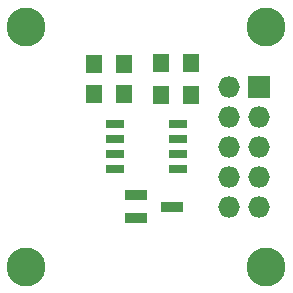
<source format=gbr>
G04 #@! TF.GenerationSoftware,KiCad,Pcbnew,5.1.4+dfsg1-1~bpo10+1*
G04 #@! TF.CreationDate,2019-11-26T13:36:03-07:00*
G04 #@! TF.ProjectId,encoder_as5601,656e636f-6465-4725-9f61-73353630312e,rev?*
G04 #@! TF.SameCoordinates,Original*
G04 #@! TF.FileFunction,Soldermask,Top*
G04 #@! TF.FilePolarity,Negative*
%FSLAX46Y46*%
G04 Gerber Fmt 4.6, Leading zero omitted, Abs format (unit mm)*
G04 Created by KiCad (PCBNEW 5.1.4+dfsg1-1~bpo10+1) date 2019-11-26 13:36:03*
%MOMM*%
%LPD*%
G04 APERTURE LIST*
%ADD10C,3.300000*%
%ADD11R,1.400000X1.600000*%
%ADD12R,1.650000X0.700000*%
%ADD13R,1.350000X1.600000*%
%ADD14R,1.900860X0.900100*%
%ADD15R,1.827200X1.827200*%
%ADD16O,1.827200X1.827200*%
G04 APERTURE END LIST*
D10*
X143510000Y-99060000D03*
X123190000Y-99060000D03*
X123190000Y-78740000D03*
X143510000Y-78740000D03*
D11*
X137160000Y-81835000D03*
X137160000Y-84535000D03*
D12*
X130650000Y-86995000D03*
X130650000Y-88265000D03*
X130650000Y-89535000D03*
X130650000Y-90805000D03*
X136050000Y-90805000D03*
X136050000Y-89535000D03*
X136050000Y-88265000D03*
X136050000Y-86995000D03*
D13*
X131445000Y-84435000D03*
X131445000Y-81935000D03*
X128905000Y-84435000D03*
X128905000Y-81935000D03*
D14*
X132483860Y-93030000D03*
X132483860Y-94930000D03*
X135486140Y-93980000D03*
D11*
X134620000Y-81835000D03*
X134620000Y-84535000D03*
D15*
X142875000Y-83820000D03*
D16*
X140335000Y-83820000D03*
X142875000Y-86360000D03*
X140335000Y-86360000D03*
X142875000Y-88900000D03*
X140335000Y-88900000D03*
X142875000Y-91440000D03*
X140335000Y-91440000D03*
X142875000Y-93980000D03*
X140335000Y-93980000D03*
M02*

</source>
